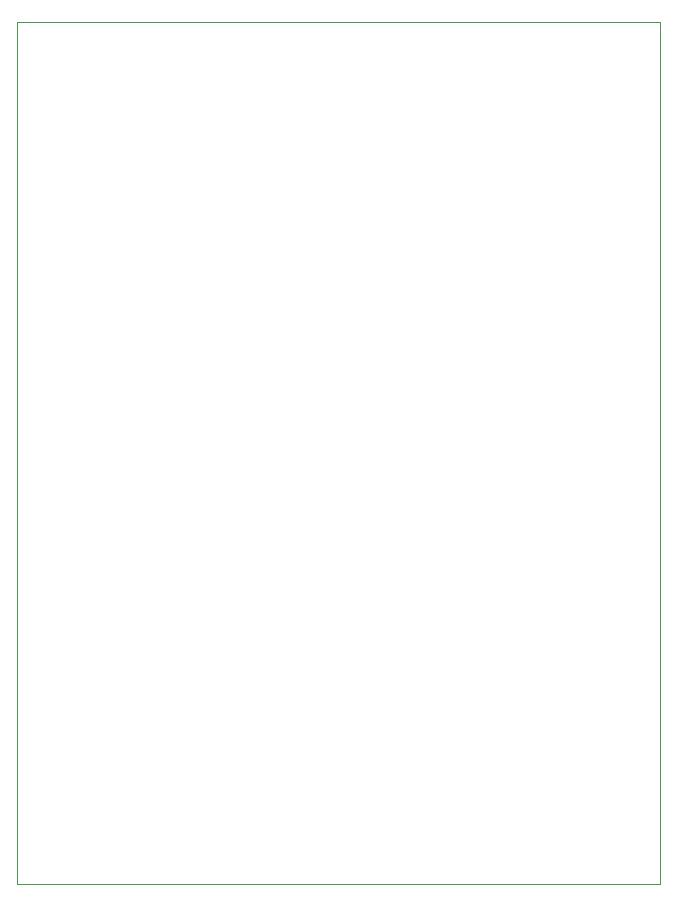
<source format=gbr>
%TF.GenerationSoftware,KiCad,Pcbnew,8.0.8*%
%TF.CreationDate,2025-06-27T13:45:21+02:00*%
%TF.ProjectId,OS-servo-decoder-8,4f532d73-6572-4766-9f2d-6465636f6465,rev?*%
%TF.SameCoordinates,Original*%
%TF.FileFunction,Profile,NP*%
%FSLAX46Y46*%
G04 Gerber Fmt 4.6, Leading zero omitted, Abs format (unit mm)*
G04 Created by KiCad (PCBNEW 8.0.8) date 2025-06-27 13:45:21*
%MOMM*%
%LPD*%
G01*
G04 APERTURE LIST*
%TA.AperFunction,Profile*%
%ADD10C,0.100000*%
%TD*%
G04 APERTURE END LIST*
D10*
X94000000Y-101381000D02*
X148500000Y-101381000D01*
X148500000Y-174381000D01*
X94000000Y-174381000D01*
X94000000Y-101381000D01*
M02*

</source>
